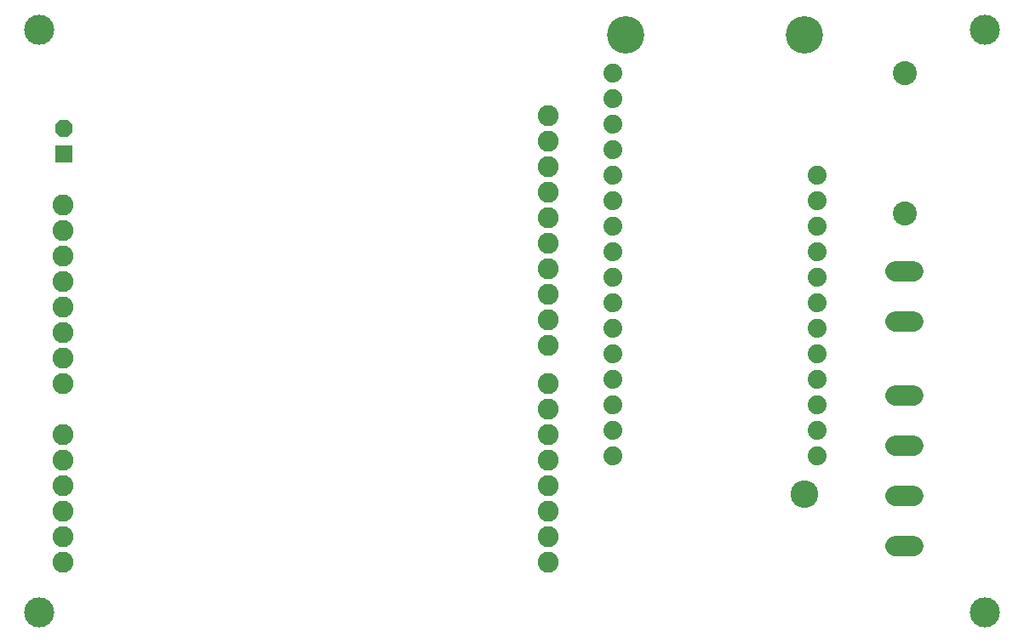
<source format=gbs>
G75*
%MOIN*%
%OFA0B0*%
%FSLAX25Y25*%
%IPPOS*%
%LPD*%
%AMOC8*
5,1,8,0,0,1.08239X$1,22.5*
%
%ADD10C,0.10800*%
%ADD11C,0.14643*%
%ADD12C,0.07400*%
%ADD13C,0.08200*%
%ADD14C,0.07850*%
%ADD15C,0.11800*%
%ADD16R,0.06800X0.06800*%
%ADD17OC8,0.06800*%
%ADD18C,0.09400*%
D10*
X0313657Y0060586D03*
D11*
X0313657Y0240586D03*
X0243657Y0240586D03*
D12*
X0238657Y0225586D03*
X0238657Y0215586D03*
X0238657Y0205586D03*
X0238657Y0195586D03*
X0238657Y0185586D03*
X0238657Y0175586D03*
X0238657Y0165586D03*
X0238657Y0155586D03*
X0238657Y0145586D03*
X0238657Y0135586D03*
X0238657Y0125586D03*
X0238657Y0115586D03*
X0238657Y0105586D03*
X0238657Y0095586D03*
X0238657Y0085586D03*
X0238657Y0075586D03*
X0318657Y0075586D03*
X0318657Y0085586D03*
X0318657Y0095586D03*
X0318657Y0105586D03*
X0318657Y0115586D03*
X0318657Y0125586D03*
X0318657Y0135586D03*
X0318657Y0145586D03*
X0318657Y0155586D03*
X0318657Y0165586D03*
X0318657Y0175586D03*
X0318657Y0185586D03*
D13*
X0213381Y0188735D03*
X0213381Y0178735D03*
X0213381Y0168735D03*
X0213381Y0158735D03*
X0213381Y0148735D03*
X0213381Y0138735D03*
X0213381Y0128735D03*
X0213381Y0118735D03*
X0213381Y0103735D03*
X0213381Y0093735D03*
X0213381Y0083735D03*
X0213381Y0073735D03*
X0213381Y0063735D03*
X0213381Y0053735D03*
X0213381Y0043735D03*
X0213381Y0033735D03*
X0023381Y0033735D03*
X0023381Y0043735D03*
X0023381Y0053735D03*
X0023381Y0063735D03*
X0023381Y0073735D03*
X0023381Y0083735D03*
X0023381Y0103735D03*
X0023381Y0113735D03*
X0023381Y0123735D03*
X0023381Y0133735D03*
X0023381Y0143735D03*
X0023381Y0153735D03*
X0023381Y0163735D03*
X0023381Y0173735D03*
X0213381Y0198735D03*
X0213381Y0208735D03*
D14*
X0349344Y0147869D02*
X0356394Y0147869D01*
X0356394Y0128184D02*
X0349344Y0128184D01*
X0349344Y0099050D02*
X0356394Y0099050D01*
X0356394Y0079365D02*
X0349344Y0079365D01*
X0349344Y0059680D02*
X0356394Y0059680D01*
X0356394Y0039995D02*
X0349344Y0039995D01*
D15*
X0014011Y0014011D03*
X0014011Y0242357D03*
X0384090Y0242357D03*
X0384090Y0014011D03*
D16*
X0023460Y0193657D03*
D17*
X0023460Y0203657D03*
D18*
X0352889Y0225428D03*
X0352889Y0170310D03*
M02*

</source>
